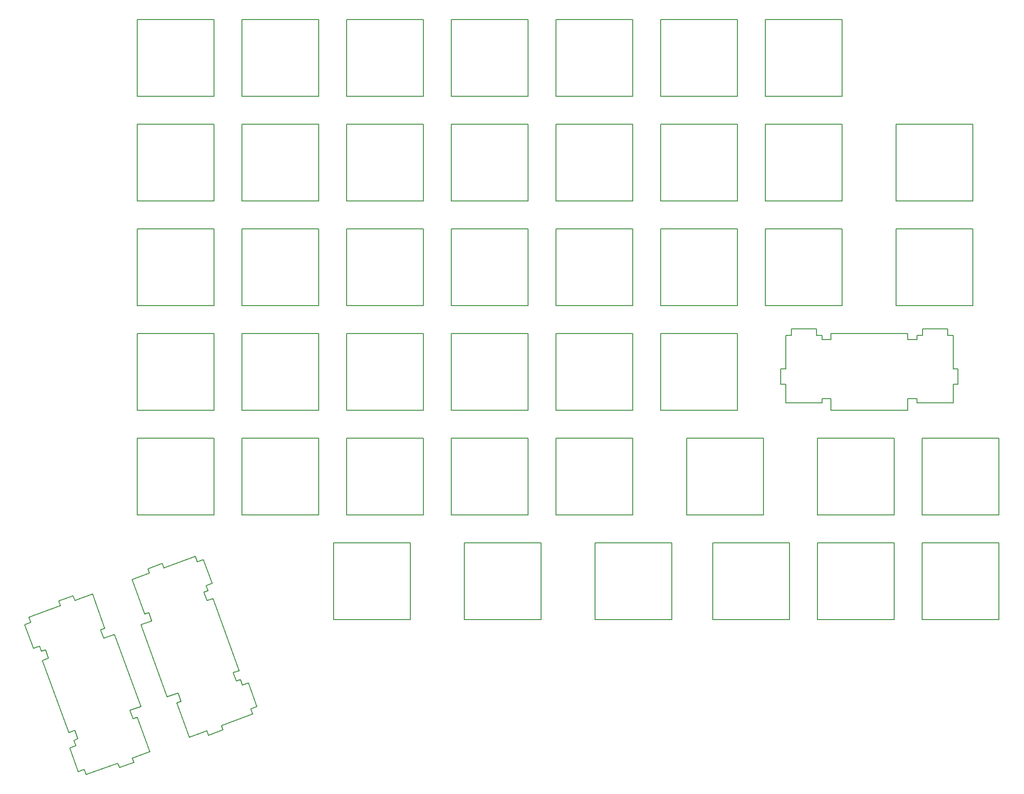
<source format=gbr>
G04 #@! TF.GenerationSoftware,KiCad,Pcbnew,(5.1.6)-1*
G04 #@! TF.CreationDate,2020-11-25T22:12:28-08:00*
G04 #@! TF.ProjectId,ortho_right,6f727468-6f5f-4726-9967-68742e6b6963,rev?*
G04 #@! TF.SameCoordinates,Original*
G04 #@! TF.FileFunction,Other,ECO2*
%FSLAX46Y46*%
G04 Gerber Fmt 4.6, Leading zero omitted, Abs format (unit mm)*
G04 Created by KiCad (PCBNEW (5.1.6)-1) date 2020-11-25 22:12:28*
%MOMM*%
%LPD*%
G01*
G04 APERTURE LIST*
%ADD10C,0.152400*%
G04 APERTURE END LIST*
D10*
X373016200Y-74358500D02*
X374057600Y-74358500D01*
X374057600Y-74358500D02*
X374057600Y-73190100D01*
X348276600Y-80454500D02*
X349140200Y-80454500D01*
X373016200Y-85839300D02*
X371390600Y-85839300D01*
X374057600Y-73190100D02*
X378629600Y-73190100D01*
X357420600Y-87947500D02*
X357420600Y-85839300D01*
X354753600Y-73190100D02*
X354753600Y-74358500D01*
X379671000Y-74358500D02*
X379671000Y-80454500D01*
X357420600Y-85839300D02*
X355795000Y-85839300D01*
X355795000Y-85839300D02*
X355795000Y-86652100D01*
X355795000Y-86652100D02*
X349140200Y-86652100D01*
X349140200Y-74358500D02*
X350181600Y-74358500D01*
X349140200Y-80454500D02*
X349140200Y-74358500D01*
X355795000Y-74358500D02*
X355795000Y-75145900D01*
X380534600Y-83248500D02*
X379671000Y-83248500D01*
X354753600Y-74358500D02*
X355795000Y-74358500D01*
X357420600Y-75145900D02*
X357420600Y-73977500D01*
X373016200Y-86652100D02*
X373016200Y-85839300D01*
X379671000Y-80454500D02*
X380534600Y-80454500D01*
X348276600Y-83248500D02*
X348276600Y-80454500D01*
X371390600Y-85839300D02*
X371390600Y-87947500D01*
X379671000Y-83248500D02*
X379671000Y-86652100D01*
X371390600Y-87947500D02*
X357420600Y-87947500D01*
X373016200Y-75145900D02*
X373016200Y-74358500D01*
X357420600Y-73977500D02*
X371390600Y-73977500D01*
X378629600Y-74358500D02*
X379671000Y-74358500D01*
X371390600Y-75145900D02*
X373016200Y-75145900D01*
X379671000Y-86652100D02*
X373016200Y-86652100D01*
X371390600Y-73977500D02*
X371390600Y-75145900D01*
X378629600Y-73190100D02*
X378629600Y-74358500D01*
X350181600Y-74358500D02*
X350181600Y-73190100D01*
X380534600Y-80454500D02*
X380534600Y-83248500D01*
X349140200Y-86652100D02*
X349140200Y-83248500D01*
X349140200Y-83248500D02*
X348276600Y-83248500D01*
X350181600Y-73190100D02*
X354753600Y-73190100D01*
X355795000Y-75145900D02*
X357420600Y-75145900D01*
X243268347Y-121106766D02*
X243824335Y-122634331D01*
X243186302Y-115162973D02*
X244750019Y-119459247D01*
X233378318Y-117624552D02*
X233082950Y-116813034D01*
X230179981Y-118788652D02*
X233378318Y-117624552D01*
X246741337Y-146170034D02*
X244115836Y-147125638D01*
X242088366Y-115562589D02*
X243186302Y-115162973D01*
X252916091Y-141895348D02*
X251818155Y-142294965D01*
X249700294Y-135362220D02*
X248602357Y-135761837D01*
X240622129Y-147478220D02*
X238346054Y-141224753D01*
X248602357Y-135761837D02*
X249158345Y-137289401D01*
X251818155Y-142294965D02*
X252174334Y-143273561D01*
X244922272Y-122234714D02*
X249700294Y-135362220D01*
X249158345Y-137289401D02*
X249898259Y-137020094D01*
X236572788Y-140140242D02*
X231794766Y-127012736D01*
X243820467Y-146314120D02*
X240622129Y-147478220D01*
X238553848Y-139419195D02*
X236572788Y-140140242D01*
X233082950Y-116813034D02*
X235708451Y-115857429D01*
X246445968Y-145358516D02*
X246741337Y-146170034D01*
X238346054Y-141224753D02*
X239109836Y-140946759D01*
X243824335Y-122634331D02*
X244922272Y-122234714D01*
X243652082Y-119858864D02*
X244008261Y-120837460D01*
X244115836Y-147125638D02*
X243820467Y-146314120D01*
X244008261Y-120837460D02*
X243268347Y-121106766D01*
X236003820Y-116668948D02*
X241732186Y-114583993D01*
X241732186Y-114583993D02*
X242088366Y-115562589D01*
X232456056Y-125042119D02*
X230179981Y-118788652D01*
X233219838Y-124764125D02*
X232456056Y-125042119D01*
X233775826Y-126291689D02*
X233219838Y-124764125D01*
X252174334Y-143273561D02*
X246445968Y-145358516D01*
X244750019Y-119459247D02*
X243652082Y-119858864D01*
X231794766Y-127012736D02*
X233775826Y-126291689D01*
X251352375Y-137599074D02*
X252916091Y-141895348D01*
X239109836Y-140946759D02*
X238553848Y-139419195D01*
X235708451Y-115857429D02*
X236003820Y-116668948D01*
X250254438Y-137998690D02*
X251352375Y-137599074D01*
X249898259Y-137020094D02*
X250254438Y-137998690D01*
X220325569Y-147783674D02*
X219769581Y-146256109D01*
X220407614Y-153727467D02*
X218843897Y-149431193D01*
X230215598Y-151265888D02*
X230510966Y-152077406D01*
X233413935Y-150101788D02*
X230215598Y-151265888D01*
X216852579Y-122720406D02*
X219478080Y-121764802D01*
X221505550Y-153327851D02*
X220407614Y-153727467D01*
X210677825Y-126995092D02*
X211775761Y-126595475D01*
X213893622Y-133528220D02*
X214991559Y-133128603D01*
X222971787Y-121412220D02*
X225247862Y-127665687D01*
X214991559Y-133128603D02*
X214435571Y-131601039D01*
X211775761Y-126595475D02*
X211419582Y-125616879D01*
X218671644Y-146655726D02*
X213893622Y-133528220D01*
X214435571Y-131601039D02*
X213695657Y-131870346D01*
X227021128Y-128750198D02*
X231799150Y-141877704D01*
X219773449Y-122576320D02*
X222971787Y-121412220D01*
X225040068Y-129471245D02*
X227021128Y-128750198D01*
X230510966Y-152077406D02*
X227885465Y-153033011D01*
X217147948Y-123531924D02*
X216852579Y-122720406D01*
X225247862Y-127665687D02*
X224484080Y-127943681D01*
X219769581Y-146256109D02*
X218671644Y-146655726D01*
X219941834Y-149031576D02*
X219585655Y-148052980D01*
X219478080Y-121764802D02*
X219773449Y-122576320D01*
X219585655Y-148052980D02*
X220325569Y-147783674D01*
X227590096Y-152221492D02*
X221861730Y-154306447D01*
X221861730Y-154306447D02*
X221505550Y-153327851D01*
X231137860Y-143848321D02*
X233413935Y-150101788D01*
X230374078Y-144126315D02*
X231137860Y-143848321D01*
X229818090Y-142598751D02*
X230374078Y-144126315D01*
X211419582Y-125616879D02*
X217147948Y-123531924D01*
X218843897Y-149431193D02*
X219941834Y-149031576D01*
X231799150Y-141877704D02*
X229818090Y-142598751D01*
X212241541Y-131291366D02*
X210677825Y-126995092D01*
X224484080Y-127943681D02*
X225040068Y-129471245D01*
X227885465Y-153033011D02*
X227590096Y-152221492D01*
X213339478Y-130891750D02*
X212241541Y-131291366D01*
X213695657Y-131870346D02*
X213339478Y-130891750D01*
X387985000Y-93027500D02*
X387985000Y-106997500D01*
X374015000Y-93027500D02*
X387985000Y-93027500D01*
X374015000Y-106997500D02*
X374015000Y-93027500D01*
X387985000Y-106997500D02*
X374015000Y-106997500D01*
X368935000Y-93027500D02*
X368935000Y-106997500D01*
X354965000Y-93027500D02*
X368935000Y-93027500D01*
X354965000Y-106997500D02*
X354965000Y-93027500D01*
X368935000Y-106997500D02*
X354965000Y-106997500D01*
X345123000Y-93027500D02*
X345123000Y-106997500D01*
X331153000Y-93027500D02*
X345123000Y-93027500D01*
X331153000Y-106997500D02*
X331153000Y-93027500D01*
X345123000Y-106997500D02*
X331153000Y-106997500D01*
X359410000Y-16827500D02*
X359410000Y-30797500D01*
X345440000Y-16827500D02*
X359410000Y-16827500D01*
X345440000Y-30797500D02*
X345440000Y-16827500D01*
X359410000Y-30797500D02*
X345440000Y-30797500D01*
X387985000Y-112077500D02*
X387985000Y-126047500D01*
X374015000Y-112077500D02*
X387985000Y-112077500D01*
X374015000Y-126047500D02*
X374015000Y-112077500D01*
X387985000Y-126047500D02*
X374015000Y-126047500D01*
X368935000Y-112077500D02*
X368935000Y-126047500D01*
X354965000Y-112077500D02*
X368935000Y-112077500D01*
X354965000Y-126047500D02*
X354965000Y-112077500D01*
X368935000Y-126047500D02*
X354965000Y-126047500D01*
X349885000Y-112077500D02*
X349885000Y-126047500D01*
X335915000Y-112077500D02*
X349885000Y-112077500D01*
X335915000Y-126047500D02*
X335915000Y-112077500D01*
X349885000Y-126047500D02*
X335915000Y-126047500D01*
X328453500Y-126047500D02*
X314483500Y-126047500D01*
X314483500Y-126047500D02*
X314483500Y-112077500D01*
X314483500Y-112077500D02*
X328453500Y-112077500D01*
X328453500Y-112077500D02*
X328453500Y-126047500D01*
X245110000Y-93027500D02*
X245110000Y-106997500D01*
X231140000Y-93027500D02*
X245110000Y-93027500D01*
X231140000Y-106997500D02*
X231140000Y-93027500D01*
X245110000Y-106997500D02*
X231140000Y-106997500D01*
X245110000Y-73977500D02*
X245110000Y-87947500D01*
X231140000Y-73977500D02*
X245110000Y-73977500D01*
X231140000Y-87947500D02*
X231140000Y-73977500D01*
X245110000Y-87947500D02*
X231140000Y-87947500D01*
X383223000Y-54927500D02*
X383223000Y-68897500D01*
X369253000Y-54927500D02*
X383223000Y-54927500D01*
X369253000Y-68897500D02*
X369253000Y-54927500D01*
X383223000Y-68897500D02*
X369253000Y-68897500D01*
X245110000Y-54927500D02*
X245110000Y-68897500D01*
X231140000Y-54927500D02*
X245110000Y-54927500D01*
X231140000Y-68897500D02*
X231140000Y-54927500D01*
X245110000Y-68897500D02*
X231140000Y-68897500D01*
X383223000Y-35877500D02*
X383223000Y-49847500D01*
X369253000Y-35877500D02*
X383223000Y-35877500D01*
X369253000Y-49847500D02*
X369253000Y-35877500D01*
X383223000Y-49847500D02*
X369253000Y-49847500D01*
X245110000Y-35877500D02*
X245110000Y-49847500D01*
X231140000Y-35877500D02*
X245110000Y-35877500D01*
X231140000Y-49847500D02*
X231140000Y-35877500D01*
X245110000Y-49847500D02*
X231140000Y-49847500D01*
X245110000Y-16827500D02*
X245110000Y-30797500D01*
X231140000Y-16827500D02*
X245110000Y-16827500D01*
X231140000Y-30797500D02*
X231140000Y-16827500D01*
X245110000Y-30797500D02*
X231140000Y-30797500D01*
X304641000Y-126047500D02*
X290671000Y-126047500D01*
X290671000Y-126047500D02*
X290671000Y-112077500D01*
X290671000Y-112077500D02*
X304641000Y-112077500D01*
X304641000Y-112077500D02*
X304641000Y-126047500D01*
X280828500Y-126047500D02*
X266858500Y-126047500D01*
X266858500Y-126047500D02*
X266858500Y-112077500D01*
X266858500Y-112077500D02*
X280828500Y-112077500D01*
X280828500Y-112077500D02*
X280828500Y-126047500D01*
X321310000Y-93027500D02*
X321310000Y-106997500D01*
X307340000Y-93027500D02*
X321310000Y-93027500D01*
X307340000Y-106997500D02*
X307340000Y-93027500D01*
X321310000Y-106997500D02*
X307340000Y-106997500D01*
X302260000Y-93027500D02*
X302260000Y-106997500D01*
X288290000Y-93027500D02*
X302260000Y-93027500D01*
X288290000Y-106997500D02*
X288290000Y-93027500D01*
X302260000Y-106997500D02*
X288290000Y-106997500D01*
X283210000Y-93027500D02*
X283210000Y-106997500D01*
X269240000Y-93027500D02*
X283210000Y-93027500D01*
X269240000Y-106997500D02*
X269240000Y-93027500D01*
X283210000Y-106997500D02*
X269240000Y-106997500D01*
X264160000Y-93027500D02*
X264160000Y-106997500D01*
X250190000Y-93027500D02*
X264160000Y-93027500D01*
X250190000Y-106997500D02*
X250190000Y-93027500D01*
X264160000Y-106997500D02*
X250190000Y-106997500D01*
X340360000Y-73977500D02*
X340360000Y-87947500D01*
X326390000Y-73977500D02*
X340360000Y-73977500D01*
X326390000Y-87947500D02*
X326390000Y-73977500D01*
X340360000Y-87947500D02*
X326390000Y-87947500D01*
X321310000Y-73977500D02*
X321310000Y-87947500D01*
X307340000Y-73977500D02*
X321310000Y-73977500D01*
X307340000Y-87947500D02*
X307340000Y-73977500D01*
X321310000Y-87947500D02*
X307340000Y-87947500D01*
X302260000Y-73977500D02*
X302260000Y-87947500D01*
X288290000Y-73977500D02*
X302260000Y-73977500D01*
X288290000Y-87947500D02*
X288290000Y-73977500D01*
X302260000Y-87947500D02*
X288290000Y-87947500D01*
X283210000Y-73977500D02*
X283210000Y-87947500D01*
X269240000Y-73977500D02*
X283210000Y-73977500D01*
X269240000Y-87947500D02*
X269240000Y-73977500D01*
X283210000Y-87947500D02*
X269240000Y-87947500D01*
X264160000Y-73977500D02*
X264160000Y-87947500D01*
X250190000Y-73977500D02*
X264160000Y-73977500D01*
X250190000Y-87947500D02*
X250190000Y-73977500D01*
X264160000Y-87947500D02*
X250190000Y-87947500D01*
X359410000Y-54927500D02*
X359410000Y-68897500D01*
X345440000Y-54927500D02*
X359410000Y-54927500D01*
X345440000Y-68897500D02*
X345440000Y-54927500D01*
X359410000Y-68897500D02*
X345440000Y-68897500D01*
X340360000Y-54927500D02*
X340360000Y-68897500D01*
X326390000Y-54927500D02*
X340360000Y-54927500D01*
X326390000Y-68897500D02*
X326390000Y-54927500D01*
X340360000Y-68897500D02*
X326390000Y-68897500D01*
X321310000Y-54927500D02*
X321310000Y-68897500D01*
X307340000Y-54927500D02*
X321310000Y-54927500D01*
X307340000Y-68897500D02*
X307340000Y-54927500D01*
X321310000Y-68897500D02*
X307340000Y-68897500D01*
X302260000Y-54927500D02*
X302260000Y-68897500D01*
X288290000Y-54927500D02*
X302260000Y-54927500D01*
X288290000Y-68897500D02*
X288290000Y-54927500D01*
X302260000Y-68897500D02*
X288290000Y-68897500D01*
X283210000Y-54927500D02*
X283210000Y-68897500D01*
X269240000Y-54927500D02*
X283210000Y-54927500D01*
X269240000Y-68897500D02*
X269240000Y-54927500D01*
X283210000Y-68897500D02*
X269240000Y-68897500D01*
X264160000Y-54927500D02*
X264160000Y-68897500D01*
X250190000Y-54927500D02*
X264160000Y-54927500D01*
X250190000Y-68897500D02*
X250190000Y-54927500D01*
X264160000Y-68897500D02*
X250190000Y-68897500D01*
X359410000Y-35877500D02*
X359410000Y-49847500D01*
X345440000Y-35877500D02*
X359410000Y-35877500D01*
X345440000Y-49847500D02*
X345440000Y-35877500D01*
X359410000Y-49847500D02*
X345440000Y-49847500D01*
X340360000Y-35877500D02*
X340360000Y-49847500D01*
X326390000Y-35877500D02*
X340360000Y-35877500D01*
X326390000Y-49847500D02*
X326390000Y-35877500D01*
X340360000Y-49847500D02*
X326390000Y-49847500D01*
X321310000Y-35877500D02*
X321310000Y-49847500D01*
X307340000Y-35877500D02*
X321310000Y-35877500D01*
X307340000Y-49847500D02*
X307340000Y-35877500D01*
X321310000Y-49847500D02*
X307340000Y-49847500D01*
X302260000Y-35877500D02*
X302260000Y-49847500D01*
X288290000Y-35877500D02*
X302260000Y-35877500D01*
X288290000Y-49847500D02*
X288290000Y-35877500D01*
X302260000Y-49847500D02*
X288290000Y-49847500D01*
X283210000Y-35877500D02*
X283210000Y-49847500D01*
X269240000Y-35877500D02*
X283210000Y-35877500D01*
X269240000Y-49847500D02*
X269240000Y-35877500D01*
X283210000Y-49847500D02*
X269240000Y-49847500D01*
X264160000Y-35877500D02*
X264160000Y-49847500D01*
X250190000Y-35877500D02*
X264160000Y-35877500D01*
X250190000Y-49847500D02*
X250190000Y-35877500D01*
X264160000Y-49847500D02*
X250190000Y-49847500D01*
X340360000Y-16827500D02*
X340360000Y-30797500D01*
X326390000Y-16827500D02*
X340360000Y-16827500D01*
X326390000Y-30797500D02*
X326390000Y-16827500D01*
X340360000Y-30797500D02*
X326390000Y-30797500D01*
X321310000Y-16827500D02*
X321310000Y-30797500D01*
X307340000Y-16827500D02*
X321310000Y-16827500D01*
X307340000Y-30797500D02*
X307340000Y-16827500D01*
X321310000Y-30797500D02*
X307340000Y-30797500D01*
X302260000Y-16827500D02*
X302260000Y-30797500D01*
X288290000Y-16827500D02*
X302260000Y-16827500D01*
X288290000Y-30797500D02*
X288290000Y-16827500D01*
X302260000Y-30797500D02*
X288290000Y-30797500D01*
X283210000Y-16827500D02*
X283210000Y-30797500D01*
X269240000Y-16827500D02*
X283210000Y-16827500D01*
X269240000Y-30797500D02*
X269240000Y-16827500D01*
X283210000Y-30797500D02*
X269240000Y-30797500D01*
X264160000Y-16827500D02*
X264160000Y-30797500D01*
X250190000Y-16827500D02*
X264160000Y-16827500D01*
X250190000Y-30797500D02*
X250190000Y-16827500D01*
X264160000Y-30797500D02*
X250190000Y-30797500D01*
M02*

</source>
